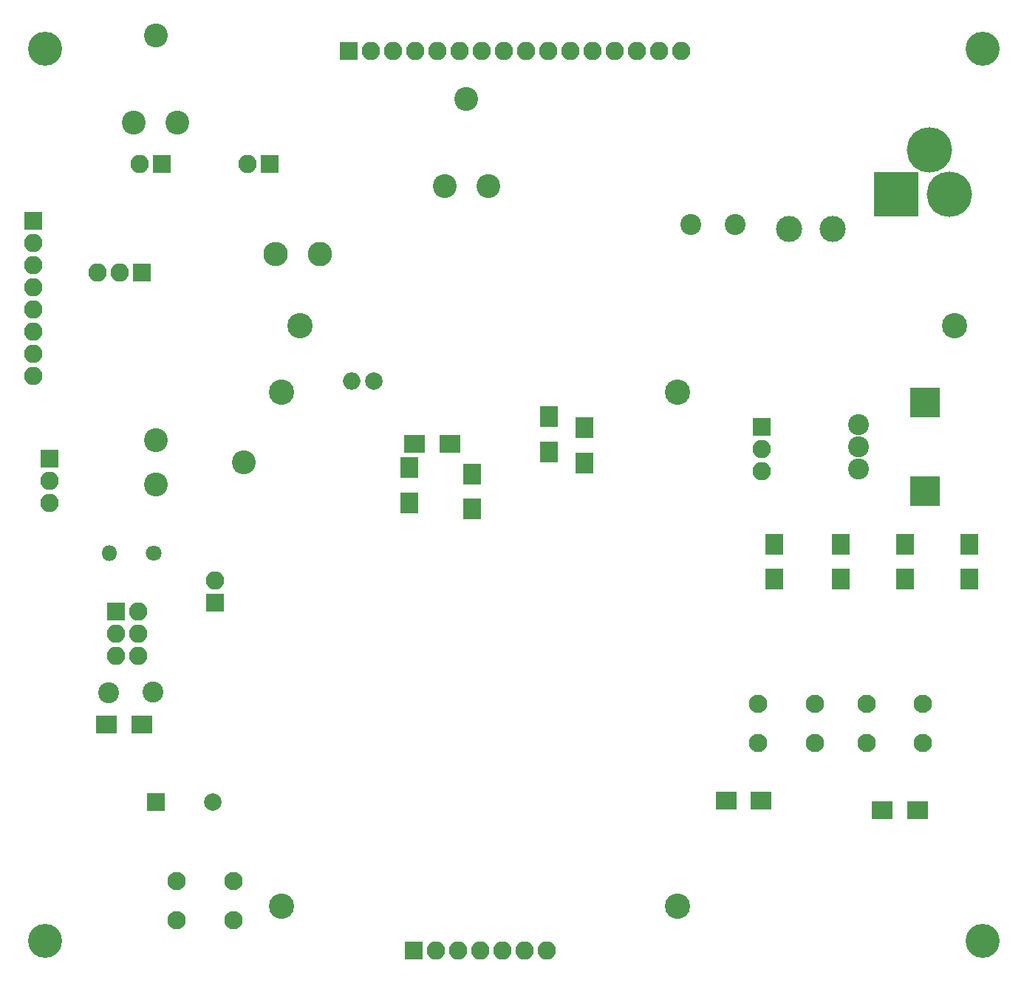
<source format=gbs>
G04 #@! TF.FileFunction,Soldermask,Bot*
%FSLAX46Y46*%
G04 Gerber Fmt 4.6, Leading zero omitted, Abs format (unit mm)*
G04 Created by KiCad (PCBNEW 4.0.7-e2-6376~61~ubuntu18.04.1) date Sat Mar 13 17:21:18 2021*
%MOMM*%
%LPD*%
G01*
G04 APERTURE LIST*
%ADD10C,0.100000*%
%ADD11C,2.740000*%
%ADD12R,2.000000X2.000000*%
%ADD13C,2.000000*%
%ADD14R,2.400000X2.000000*%
%ADD15R,2.000000X2.400000*%
%ADD16C,2.400000*%
%ADD17C,5.200000*%
%ADD18R,5.200000X5.200000*%
%ADD19R,2.100000X2.100000*%
%ADD20O,2.100000X2.100000*%
%ADD21C,2.900000*%
%ADD22C,3.900000*%
%ADD23C,3.000000*%
%ADD24R,2.100000X2.400000*%
%ADD25C,1.800000*%
%ADD26O,1.800000X1.800000*%
%ADD27C,2.800000*%
%ADD28O,2.800000X2.800000*%
%ADD29R,2.400000X2.100000*%
%ADD30C,2.100000*%
%ADD31R,3.400000X3.400000*%
%ADD32O,2.000000X2.000000*%
G04 APERTURE END LIST*
D10*
D11*
X97717600Y-49085500D03*
X100217600Y-39085500D03*
X102717600Y-49085500D03*
D12*
X100266500Y-127000000D03*
D13*
X106766500Y-127000000D03*
D14*
X98583500Y-118110000D03*
X94583500Y-118110000D03*
D15*
X136461500Y-89376500D03*
X136461500Y-93376500D03*
D14*
X129889500Y-85915500D03*
X133889500Y-85915500D03*
D15*
X129286000Y-92678000D03*
X129286000Y-88678000D03*
X145288000Y-86836000D03*
X145288000Y-82836000D03*
X149352000Y-88106000D03*
X149352000Y-84106000D03*
D16*
X94805500Y-114427000D03*
X99885500Y-114417000D03*
X166624000Y-60769500D03*
X161544000Y-60759500D03*
D17*
X191139000Y-57340500D03*
D18*
X185039000Y-57340500D03*
D17*
X188849000Y-52260500D03*
D19*
X129774000Y-144008000D03*
D20*
X132314000Y-144008000D03*
X134854000Y-144008000D03*
X137394000Y-144008000D03*
X139934000Y-144008000D03*
X142474000Y-144008000D03*
X145014000Y-144008000D03*
D19*
X122287000Y-40862000D03*
D20*
X124827000Y-40862000D03*
X127367000Y-40862000D03*
X129907000Y-40862000D03*
X132447000Y-40862000D03*
X134987000Y-40862000D03*
X137527000Y-40862000D03*
X140067000Y-40862000D03*
X142607000Y-40862000D03*
X145147000Y-40862000D03*
X147687000Y-40862000D03*
X150227000Y-40862000D03*
X152767000Y-40862000D03*
X155307000Y-40862000D03*
X157847000Y-40862000D03*
X160387000Y-40862000D03*
D21*
X114661000Y-138928000D03*
X160000000Y-138928000D03*
D22*
X195000000Y-40640000D03*
X195000000Y-142938500D03*
X87566500Y-40640000D03*
X87566500Y-142938500D03*
D21*
X114661000Y-80000000D03*
X160000000Y-80000000D03*
X116699000Y-72358000D03*
X191756000Y-72358000D03*
D23*
X177800000Y-61277500D03*
X172800000Y-61277500D03*
D24*
X186055000Y-97441000D03*
X186055000Y-101441000D03*
X193421000Y-97441000D03*
X193421000Y-101441000D03*
X178689000Y-97441000D03*
X178689000Y-101441000D03*
X171069000Y-97441000D03*
X171069000Y-101441000D03*
D25*
X100012500Y-98425000D03*
D26*
X94932500Y-98425000D03*
D27*
X119037100Y-64135000D03*
D28*
X113957100Y-64135000D03*
D29*
X183483500Y-127952500D03*
X187483500Y-127952500D03*
X165576500Y-126809500D03*
X169576500Y-126809500D03*
D11*
X100266500Y-85551000D03*
X110266500Y-88051000D03*
X100266500Y-90551000D03*
X138324600Y-56388000D03*
X135824600Y-46388000D03*
X133324600Y-56388000D03*
D30*
X109116000Y-140580500D03*
X102616000Y-140580500D03*
X109116000Y-136080500D03*
X102616000Y-136080500D03*
X175765600Y-120197000D03*
X169265600Y-120197000D03*
X175765600Y-115697000D03*
X169265600Y-115697000D03*
X188148100Y-120197000D03*
X181648100Y-120197000D03*
X188148100Y-115697000D03*
X181648100Y-115697000D03*
D16*
X180721000Y-83756500D03*
X180721000Y-86296500D03*
X180721000Y-88836500D03*
D31*
X188341000Y-81216500D03*
X188341000Y-91376500D03*
D13*
X125222000Y-78740000D03*
D32*
X122682000Y-78740000D03*
D19*
X86207600Y-60325000D03*
D20*
X86207600Y-62865000D03*
X86207600Y-65405000D03*
X86207600Y-67945000D03*
X86207600Y-70485000D03*
X86207600Y-73025000D03*
X86207600Y-75565000D03*
X86207600Y-78105000D03*
D19*
X106997500Y-104140000D03*
D20*
X106997500Y-101600000D03*
D19*
X113258600Y-53848000D03*
D20*
X110718600Y-53848000D03*
D19*
X100876100Y-53848000D03*
D20*
X98336100Y-53848000D03*
D19*
X169672000Y-84010500D03*
D20*
X169672000Y-86550500D03*
X169672000Y-89090500D03*
D19*
X88074500Y-87630000D03*
D20*
X88074500Y-90170000D03*
X88074500Y-92710000D03*
D19*
X95694500Y-105156000D03*
D20*
X98234500Y-105156000D03*
X95694500Y-107696000D03*
X98234500Y-107696000D03*
X95694500Y-110236000D03*
X98234500Y-110236000D03*
D19*
X98653600Y-66294000D03*
D20*
X96113600Y-66294000D03*
X93573600Y-66294000D03*
M02*

</source>
